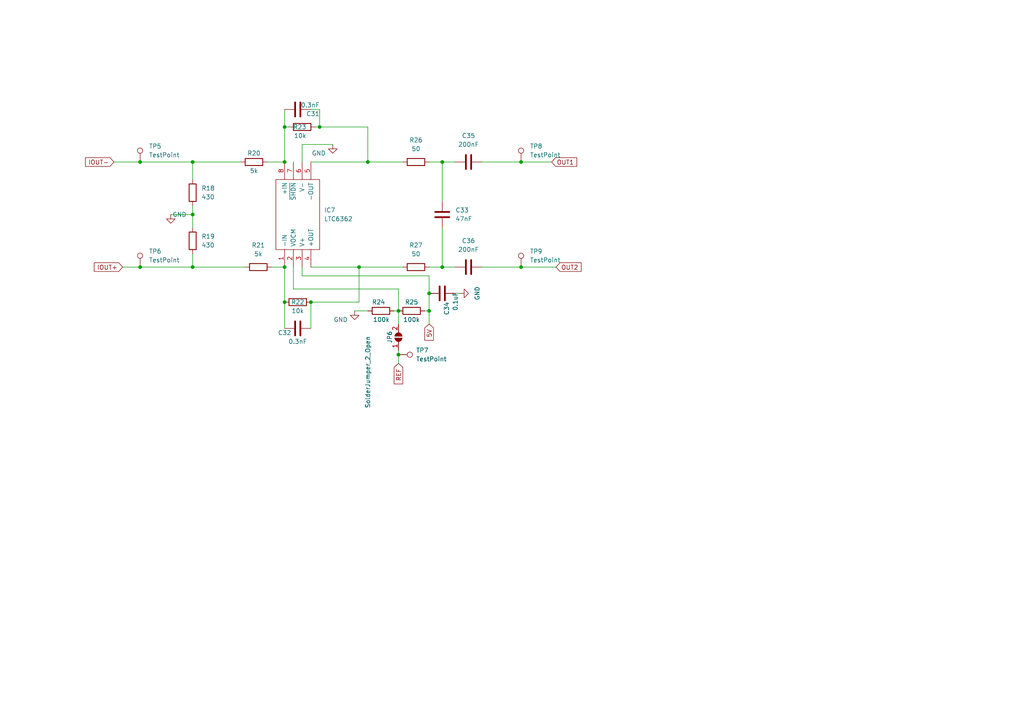
<source format=kicad_sch>
(kicad_sch (version 20230121) (generator eeschema)
  (paper "A4")
  (title_block (date "2024-01-27"))
  (lib_symbols
    (symbol "Connector:TestPoint" (pin_numbers hide) (pin_names (offset 0.762) hide)
      (property "Reference" "TP" (at 0 6.858 0))
      (property "Value" "TestPoint" (at 0 5.08 0))
      (symbol "TestPoint_0_1"
        (circle (center 0 3.302) (radius 0.762))
      )
      (symbol "TestPoint_1_1"
        (pin passive line (at 0 0 90) (length 2.54) (name "1") (number "1"))
      )
    )
    (symbol "Device:C" (pin_numbers hide) (pin_names (offset 0.254))
      (property "Reference" "C" (at 0.635 2.54 0))
      (property "Value" "C" (at 0.635 -2.54 0))
      (symbol "C_0_1"
        (polyline (pts (xy -2.032 -0.762) (xy 2.032 -0.762)) (stroke (width 0.508)))
        (polyline (pts (xy -2.032 0.762) (xy 2.032 0.762)) (stroke (width 0.508)))
      )
      (symbol "C_1_1"
        (pin passive line (at 0 3.81 270) (length 2.794) (name "~") (number "1"))
        (pin passive line (at 0 -3.81 90) (length 2.794) (name "~") (number "2"))
      )
    )
    (symbol "Device:R" (pin_numbers hide) (pin_names (offset 0))
      (property "Reference" "R" (at 2.032 0 90))
      (property "Value" "R" (at 0 0 90))
      (symbol "R_0_1"
        (rectangle (start -1.016 -2.54) (end 1.016 2.54) (stroke (width 0.254)))
      )
      (symbol "R_1_1"
        (pin passive line (at 0 3.81 270) (length 1.27) (name "~") (number "1"))
        (pin passive line (at 0 -3.81 90) (length 1.27) (name "~") (number "2"))
      )
    )
    (symbol "Jumper:SolderJumper_2_Open" (pin_names (offset 0) hide)
      (property "Reference" "JP" (at 0 2.032 0))
      (property "Value" "SolderJumper_2_Open" (at 0 -2.54 0))
      (symbol "SolderJumper_2_Open_0_1"
        (arc (start -0.254 1.016) (mid -1.2656 0) (end -0.254 -1.016))
        (arc (start -0.254 1.016) (mid -1.2656 0) (end -0.254 -1.016) (fill (type outline)))
        (polyline (pts (xy -0.254 1.016) (xy -0.254 -1.016)))
        (polyline (pts (xy 0.254 1.016) (xy 0.254 -1.016)))
        (arc (start 0.254 -1.016) (mid 1.2656 0) (end 0.254 1.016))
        (arc (start 0.254 -1.016) (mid 1.2656 0) (end 0.254 1.016) (fill (type outline)))
      )
      (symbol "SolderJumper_2_Open_1_1"
        (pin passive line (at -3.81 0 0) (length 2.54) (name "A") (number "1"))
        (pin passive line (at 3.81 0 180) (length 2.54) (name "B") (number "2"))
      )
    )
    (symbol "SamacSys_Parts:LTC6362HMS8#TRPBF" (pin_names (offset 0.762))
      (property "Reference" "IC" (at 26.67 7.62 0))
      (property "Value" "LTC6362HMS8#TRPBF" (at 26.67 5.08 0))
      (symbol "LTC6362HMS8#TRPBF_0_0"
        (pin passive line (at 0 0 0) (length 5.08) (name "-IN") (number "1"))
        (pin passive line (at 0 -2.54 0) (length 5.08) (name "VOCM") (number "2"))
        (pin passive line (at 0 -5.08 0) (length 5.08) (name "V+") (number "3"))
        (pin passive line (at 0 -7.62 0) (length 5.08) (name "+OUT") (number "4"))
        (pin passive line (at 30.48 -7.62 180) (length 5.08) (name "-OUT") (number "5"))
        (pin passive line (at 30.48 -5.08 180) (length 5.08) (name "V-") (number "6"))
        (pin passive line (at 30.48 -2.54 180) (length 5.08) (name "~{SHDN}") (number "7"))
        (pin passive line (at 30.48 0 180) (length 5.08) (name "+IN") (number "8"))
      )
      (symbol "LTC6362HMS8#TRPBF_0_1"
        (polyline (pts (xy 5.08 2.54) (xy 25.4 2.54) (xy 25.4 -10.16) (xy 5.08 -10.16) (xy 5.08 2.54)) (stroke (width 0.1524)))
      )
    )
    (symbol "power:GND" (power) (pin_names (offset 0))
      (property "Value" "GND" (at 0 -3.81 0))
      (symbol "GND_0_1"
        (polyline (pts (xy 0 0) (xy 0 -1.27) (xy 1.27 -1.27) (xy 0 -2.54) (xy -1.27 -1.27) (xy 0 -1.27)))
      )
      (symbol "GND_1_1"
        (pin power_in line (at 0 0 270) (length 0) hide (name "GND") (number "1"))
      )
    )
  )
  (junction (at 82.55 46.99))
  (junction (at 115.57 102.87))
  (junction (at 82.55 77.47))
  (junction (at 90.17 87.63))
  (junction (at 92.71 36.83))
  (junction (at 115.57 90.17))
  (junction (at 55.88 77.47))
  (junction (at 151.13 46.99))
  (junction (at 128.27 46.99))
  (junction (at 128.27 77.47))
  (junction (at 55.88 46.99))
  (junction (at 124.46 90.17))
  (junction (at 40.64 46.99))
  (junction (at 124.46 85.09))
  (junction (at 82.55 36.83))
  (junction (at 106.68 46.99))
  (junction (at 40.64 77.47))
  (junction (at 151.13 77.47))
  (junction (at 82.55 87.63))
  (junction (at 55.88 62.23))
  (junction (at 104.14 77.47))
  (wire (pts (xy 82.55 87.63) (xy 82.55 95.25)))
  (wire (pts (xy 90.17 77.47) (xy 104.14 77.47)))
  (wire (pts (xy 91.44 36.83) (xy 92.71 36.83)))
  (wire (pts (xy 124.46 85.09) (xy 124.46 90.17)))
  (wire (pts (xy 124.46 80.01) (xy 124.46 85.09)))
  (wire (pts (xy 77.47 46.99) (xy 82.55 46.99)))
  (wire (pts (xy 87.63 41.91) (xy 87.63 46.99)))
  (wire (pts (xy 90.17 87.63) (xy 90.17 95.25)))
  (wire (pts (xy 128.27 77.47) (xy 132.08 77.47)))
  (wire (pts (xy 82.55 36.83) (xy 82.55 46.99)))
  (wire (pts (xy 55.88 77.47) (xy 71.12 77.47)))
  (wire (pts (xy 85.09 77.47) (xy 85.09 83.82)))
  (wire (pts (xy 78.74 77.47) (xy 82.55 77.47)))
  (wire (pts (xy 151.13 77.47) (xy 161.29 77.47)))
  (wire (pts (xy 106.68 46.99) (xy 116.84 46.99)))
  (wire (pts (xy 90.17 31.75) (xy 92.71 31.75)))
  (wire (pts (xy 124.46 77.47) (xy 128.27 77.47)))
  (wire (pts (xy 40.64 46.99) (xy 55.88 46.99)))
  (wire (pts (xy 82.55 77.47) (xy 82.55 87.63)))
  (wire (pts (xy 132.08 85.09) (xy 133.35 85.09)))
  (wire (pts (xy 115.57 102.87) (xy 115.57 101.6)))
  (wire (pts (xy 124.46 90.17) (xy 123.19 90.17)))
  (wire (pts (xy 35.56 77.47) (xy 40.64 77.47)))
  (wire (pts (xy 55.88 59.69) (xy 55.88 62.23)))
  (wire (pts (xy 128.27 46.99) (xy 128.27 58.42)))
  (wire (pts (xy 90.17 46.99) (xy 106.68 46.99)))
  (wire (pts (xy 115.57 105.41) (xy 115.57 102.87)))
  (wire (pts (xy 87.63 77.47) (xy 87.63 80.01)))
  (wire (pts (xy 128.27 46.99) (xy 132.08 46.99)))
  (wire (pts (xy 115.57 93.98) (xy 115.57 90.17)))
  (wire (pts (xy 87.63 80.01) (xy 124.46 80.01)))
  (wire (pts (xy 151.13 46.99) (xy 160.02 46.99)))
  (wire (pts (xy 55.88 62.23) (xy 55.88 66.04)))
  (wire (pts (xy 106.68 36.83) (xy 106.68 46.99)))
  (wire (pts (xy 40.64 77.47) (xy 55.88 77.47)))
  (wire (pts (xy 85.09 83.82) (xy 115.57 83.82)))
  (wire (pts (xy 49.53 62.23) (xy 55.88 62.23)))
  (wire (pts (xy 139.7 46.99) (xy 151.13 46.99)))
  (wire (pts (xy 92.71 31.75) (xy 92.71 36.83)))
  (wire (pts (xy 104.14 77.47) (xy 104.14 87.63)))
  (wire (pts (xy 124.46 46.99) (xy 128.27 46.99)))
  (wire (pts (xy 82.55 31.75) (xy 82.55 36.83)))
  (wire (pts (xy 96.52 41.91) (xy 87.63 41.91)))
  (wire (pts (xy 102.87 90.17) (xy 106.68 90.17)))
  (wire (pts (xy 83.82 36.83) (xy 82.55 36.83)))
  (wire (pts (xy 128.27 66.04) (xy 128.27 77.47)))
  (wire (pts (xy 115.57 90.17) (xy 114.3 90.17)))
  (wire (pts (xy 104.14 77.47) (xy 116.84 77.47)))
  (wire (pts (xy 115.57 83.82) (xy 115.57 90.17)))
  (wire (pts (xy 69.85 46.99) (xy 55.88 46.99)))
  (wire (pts (xy 124.46 90.17) (xy 124.46 93.98)))
  (wire (pts (xy 33.02 46.99) (xy 40.64 46.99)))
  (wire (pts (xy 55.88 73.66) (xy 55.88 77.47)))
  (wire (pts (xy 55.88 46.99) (xy 55.88 52.07)))
  (wire (pts (xy 139.7 77.47) (xy 151.13 77.47)))
  (wire (pts (xy 92.71 36.83) (xy 106.68 36.83)))
  (wire (pts (xy 90.17 87.63) (xy 104.14 87.63)))
  (global_label "IOUT-" (shape input) (at 33.02 46.99 180) (property "Intersheetrefs" "${INTERSHEET_REFS}" (effects hide)))
  (global_label "REF" (shape input) (at 115.57 105.41 270) (property "Intersheetrefs" "${INTERSHEET_REFS}" (effects hide)))
  (global_label "5V" (shape input) (at 124.46 93.98 270) (property "Intersheetrefs" "${INTERSHEET_REFS}" (effects hide)))
  (global_label "OUT1" (shape input) (at 160.02 46.99 0) (property "Intersheetrefs" "${INTERSHEET_REFS}" (effects hide)))
  (global_label "OUT2" (shape input) (at 161.29 77.47 0) (property "Intersheetrefs" "${INTERSHEET_REFS}" (effects hide)))
  (global_label "IOUT+" (shape input) (at 35.56 77.47 180) (property "Intersheetrefs" "${INTERSHEET_REFS}" (effects hide)))
  (symbol (lib_id "Device:R") (at 86.36 87.63 270) (unit 1)
    (property "Reference" "R22" (at 86.36 87.63 90))
    (property "Value" "10k" (at 86.36 90.17 90))
    (property "Footprint" "Resistor_SMD:R_0805_2012Metric" (effects hide))
  )
  (symbol (lib_id "Device:R") (at 73.66 46.99 90) (unit 1)
    (property "Reference" "R20" (at 73.66 44.45 90))
    (property "Value" "5k" (at 73.66 49.53 90))
    (property "Footprint" "Resistor_SMD:R_0805_2012Metric" (effects hide))
  )
  (symbol (lib_id "Connector:TestPoint") (at 115.57 102.87 270) (unit 1)
    (property "Reference" "TP7" (at 120.65 101.6 90) (effects (justify left)))
    (property "Value" "TestPoint" (at 120.65 104.14 90) (effects (justify left)))
    (property "Footprint" "TestPoint:TestPoint_THTPad_D1.0mm_Drill0.5mm" (effects hide))
  )
  (symbol (lib_id "Device:R") (at 120.65 77.47 270) (unit 1)
    (property "Reference" "R27" (at 120.65 71.12 90))
    (property "Value" "50" (at 120.65 73.66 90))
    (property "Footprint" "Capacitor_SMD:C_0805_2012Metric" (effects hide))
  )
  (symbol (lib_id "power:GND") (at 133.35 85.09 90) (unit 1)
    (property "Reference" "#PWR027" (effects hide))
    (property "Value" "GND" (at 138.43 85.09 0))
  )
  (symbol (lib_id "Device:C") (at 128.27 62.23 0) (unit 1)
    (property "Reference" "C33" (at 132.08 60.9599 0) (effects (justify left)))
    (property "Value" "47nF" (at 132.08 63.4999 0) (effects (justify left)))
    (property "Footprint" "Capacitor_SMD:C_0805_2012Metric" (effects hide))
  )
  (symbol (lib_id "power:GND") (at 49.53 62.23 0) (unit 1)
    (property "Reference" "#PWR024" (effects hide))
    (property "Value" "GND" (at 52.07 62.23 0))
  )
  (symbol (lib_id "Device:R") (at 120.65 46.99 270) (unit 1)
    (property "Reference" "R26" (at 120.65 40.64 90))
    (property "Value" "50" (at 120.65 43.18 90))
    (property "Footprint" "Capacitor_SMD:C_0805_2012Metric" (effects hide))
  )
  (symbol (lib_id "Connector:TestPoint") (at 40.64 46.99 0) (unit 1)
    (property "Reference" "TP5" (at 43.18 42.418 0) (effects (justify left)))
    (property "Value" "TestPoint" (at 43.18 44.958 0) (effects (justify left)))
    (property "Footprint" "TestPoint:TestPoint_THTPad_D1.0mm_Drill0.5mm" (effects hide))
  )
  (symbol (lib_id "SamacSys_Parts:LTC6362HMS8#TRPBF") (at 82.55 77.47 90) (unit 1)
    (property "Reference" "IC7" (at 93.98 60.9599 90) (effects (justify right)))
    (property "Value" "LTC6362" (at 93.98 63.4999 90) (effects (justify right)))
    (property "Footprint" "library_components:SOP65P490X110-8N" (effects hide))
    (property "Datasheet" "https://componentsearchengine.com/Datasheets/1/LTC6362HMS8#TRPBF.pdf" (effects hide))
    (property "Description" "SP Amp DIFF AMP Single R-R I/O +/-2.625V/5.25V Automotive 8-Pin MSOP T/R" (effects hide))
    (property "Height" "1.1" (effects hide))
    (property "Mouser Part Number" "584-LTC6362HMS8TRPBF" (effects hide))
    (property "Mouser Price/Stock" "https://www.mouser.com/Search/Refine.aspx?Keyword=584-LTC6362HMS8TRPBF" (effects hide))
    (property "Manufacturer_Name" "Analog Devices" (effects hide))
    (property "Manufacturer_Part_Number" "LTC6362HMS8#TRPBF" (effects hide))
  )
  (symbol (lib_id "Device:C") (at 128.27 85.09 90) (unit 1)
    (property "Reference" "C34" (at 129.54 91.44 0) (effects (justify left)))
    (property "Value" "0.1uF" (at 132.08 90.17 0) (effects (justify left)))
    (property "Footprint" "Capacitor_SMD:C_0603_1608Metric" (effects hide))
  )
  (symbol (lib_id "Device:C") (at 135.89 77.47 90) (unit 1)
    (property "Reference" "C36" (at 135.89 69.85 90))
    (property "Value" "200nF" (at 135.89 72.39 90))
    (property "Footprint" "Capacitor_SMD:C_0805_2012Metric" (effects hide))
  )
  (symbol (lib_id "Device:R") (at 55.88 55.88 0) (unit 1)
    (property "Reference" "R18" (at 58.42 54.6099 0) (effects (justify left)))
    (property "Value" "430" (at 58.42 57.1499 0) (effects (justify left)))
    (property "Footprint" "Resistor_SMD:R_0603_1608Metric" (effects hide))
  )
  (symbol (lib_id "Device:C") (at 135.89 46.99 270) (unit 1)
    (property "Reference" "C35" (at 135.89 39.37 90))
    (property "Value" "200nF" (at 135.89 41.91 90))
    (property "Footprint" "Capacitor_SMD:C_0805_2012Metric" (effects hide))
  )
  (symbol (lib_id "Device:R") (at 119.38 90.17 90) (unit 1)
    (property "Reference" "R25" (at 119.38 87.63 90))
    (property "Value" "100k" (at 119.38 92.71 90))
    (property "Footprint" "Resistor_SMD:R_0805_2012Metric" (effects hide))
  )
  (symbol (lib_id "Device:R") (at 55.88 69.85 0) (unit 1)
    (property "Reference" "R19" (at 58.42 68.5799 0) (effects (justify left)))
    (property "Value" "430" (at 58.42 71.1199 0) (effects (justify left)))
    (property "Footprint" "Resistor_SMD:R_0603_1608Metric" (effects hide))
  )
  (symbol (lib_id "Device:R") (at 110.49 90.17 90) (unit 1)
    (property "Reference" "R24" (at 111.76 87.63 90) (effects (justify left)))
    (property "Value" "100k" (at 113.03 92.71 90) (effects (justify left)))
    (property "Footprint" "Resistor_SMD:R_0805_2012Metric" (effects hide))
  )
  (symbol (lib_id "Device:R") (at 87.63 36.83 270) (unit 1)
    (property "Reference" "R23" (at 88.9 36.83 90) (effects (justify right)))
    (property "Value" "10k" (at 88.9 39.37 90) (effects (justify right)))
    (property "Footprint" "Resistor_SMD:R_0805_2012Metric" (effects hide))
  )
  (symbol (lib_id "Jumper:SolderJumper_2_Open") (at 115.57 97.79 90) (unit 1)
    (property "Reference" "JP6" (at 113.03 97.79 0))
    (property "Value" "SolderJumper_2_Open" (at 106.68 107.95 0))
    (property "Footprint" "Jumper:SolderJumper-2_P1.3mm_Open_TrianglePad1.0x1.5mm" (effects hide))
    (instances (project "SigGen_AD9102_I2C" (path "" (reference "JP6") (unit 1)) (path "" (reference "JP3") (unit 1))))
  )
  (symbol (lib_id "Connector:TestPoint") (at 151.13 46.99 0) (unit 1)
    (property "Reference" "TP8" (at 153.67 42.418 0) (effects (justify left)))
    (property "Value" "TestPoint" (at 153.67 44.958 0) (effects (justify left)))
    (property "Footprint" "TestPoint:TestPoint_THTPad_D1.0mm_Drill0.5mm" (effects hide))
  )
  (symbol (lib_id "power:GND") (at 102.87 90.17 0) (unit 1)
    (property "Reference" "#PWR026" (effects hide))
    (property "Value" "GND" (at 98.806 92.71 0))
  )
  (symbol (lib_id "Connector:TestPoint") (at 40.64 77.47 0) (unit 1)
    (property "Reference" "TP6" (at 43.18 72.898 0) (effects (justify left)))
    (property "Value" "TestPoint" (at 43.18 75.438 0) (effects (justify left)))
    (property "Footprint" "TestPoint:TestPoint_THTPad_D1.0mm_Drill0.5mm" (effects hide))
  )
  (symbol (lib_id "power:GND") (at 96.52 41.91 0) (unit 1)
    (property "Reference" "#PWR025" (effects hide))
    (property "Value" "GND" (at 92.456 44.45 0))
  )
  (symbol (lib_id "Device:C") (at 86.36 95.25 90) (unit 1)
    (property "Reference" "C32" (at 82.55 96.52 90))
    (property "Value" "0.3nF" (at 86.36 99.06 90))
    (property "Footprint" "Capacitor_SMD:C_0805_2012Metric" (effects hide))
  )
  (symbol (lib_id "Device:C") (at 86.36 31.75 90) (unit 1)
    (property "Reference" "C31" (at 92.71 33.02 90) (effects (justify left)))
    (property "Value" "0.3nF" (at 92.71 30.48 90) (effects (justify left)))
    (property "Footprint" "Capacitor_SMD:C_0805_2012Metric" (effects hide))
  )
  (symbol (lib_id "Connector:TestPoint") (at 151.13 77.47 0) (unit 1)
    (property "Reference" "TP9" (at 153.67 72.898 0) (effects (justify left)))
    (property "Value" "TestPoint" (at 153.67 75.438 0) (effects (justify left)))
    (property "Footprint" "TestPoint:TestPoint_THTPad_D1.0mm_Drill0.5mm" (effects hide))
  )
  (symbol (lib_id "Device:R") (at 74.93 77.47 90) (unit 1)
    (property "Reference" "R21" (at 74.93 71.12 90))
    (property "Value" "5k" (at 74.93 73.66 90))
    (property "Footprint" "Resistor_SMD:R_0805_2012Metric" (effects hide))
  )
)
</source>
